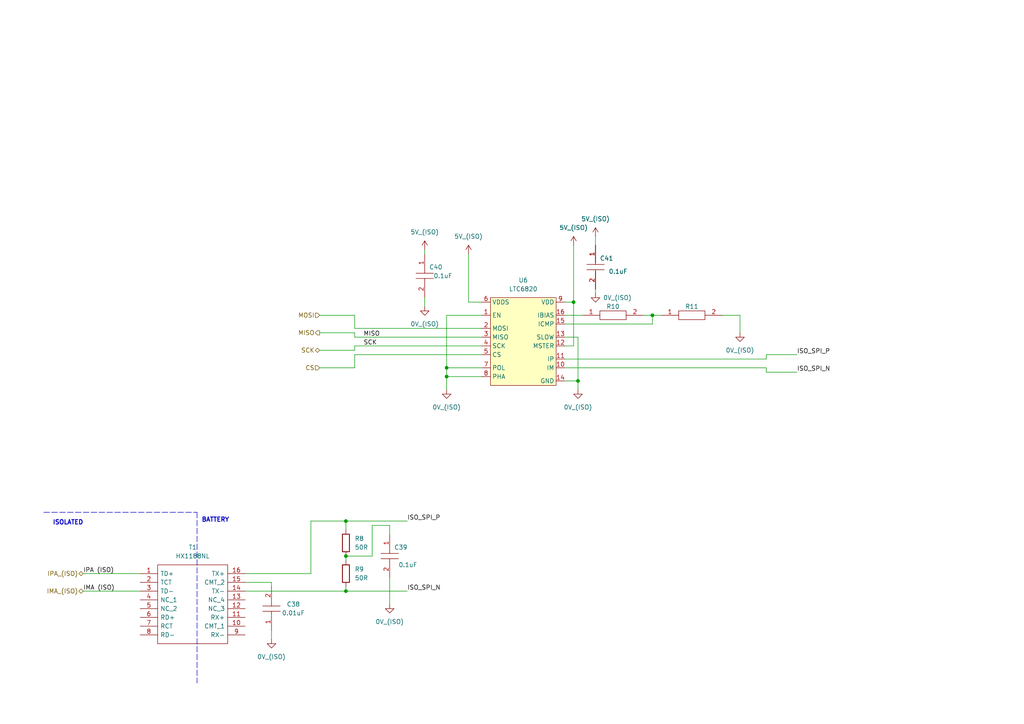
<source format=kicad_sch>
(kicad_sch (version 20211123) (generator eeschema)
  (paper "A4")
  (lib_symbols
    (symbol "0V_(ISO)_1" (power) (pin_names (offset 0))
      (property "Value" "0V_(ISO)_1" (at 0 -5.08 0))
      (symbol "0V_(ISO)_1_0_1"
        (polyline (pts (xy 0 0) (xy 0 -1.27) (xy 1.27 -1.27) (xy 0 -2.54) (xy -1.27 -1.27) (xy 0 -1.27)))
      )
      (symbol "0V_(ISO)_1_1_1"
        (pin power_in line (at 0 0 270) (length 0) hide (name "0V_(ISO)") (number "1"))
      )
    )
    (symbol "5V_(ISO)_1" (power) (pin_names (offset 0))
      (property "Value" "5V_(ISO)_1" (at 0 5.08 0))
      (symbol "5V_(ISO)_1_0_1"
        (polyline (pts (xy -0.762 1.27) (xy 0 2.54)))
        (polyline (pts (xy 0 0) (xy 0 2.54)))
        (polyline (pts (xy 0 2.54) (xy 0.762 1.27)))
      )
      (symbol "5V_(ISO)_1_1_1"
        (pin power_in line (at 0 0 90) (length 0) hide (name "5V_(ISO)") (number "1"))
      )
    )
    (symbol "5V_(ISO)_2" (power) (pin_names (offset 0))
      (property "Value" "5V_(ISO)_2" (at 0 5.08 0))
      (symbol "5V_(ISO)_2_0_1"
        (polyline (pts (xy -0.762 1.27) (xy 0 2.54)))
        (polyline (pts (xy 0 0) (xy 0 2.54)))
        (polyline (pts (xy 0 2.54) (xy 0.762 1.27)))
      )
      (symbol "5V_(ISO)_2_1_1"
        (pin power_in line (at 0 0 90) (length 0) hide (name "5V_(ISO)") (number "1"))
      )
    )
    (symbol "5V_(ISO)_3" (power) (pin_names (offset 0))
      (property "Value" "5V_(ISO)_3" (at 0 5.08 0))
      (symbol "5V_(ISO)_3_0_1"
        (polyline (pts (xy -0.762 1.27) (xy 0 2.54)))
        (polyline (pts (xy 0 0) (xy 0 2.54)))
        (polyline (pts (xy 0 2.54) (xy 0.762 1.27)))
      )
      (symbol "5V_(ISO)_3_1_1"
        (pin power_in line (at 0 0 90) (length 0) hide (name "5V_(ISO)") (number "1"))
      )
    )
    (symbol "BMS_Library:CC0805JRX7R8BB104" (pin_names (offset 0.762))
      (property "Reference" "C" (at 8.89 6.35 0))
      (property "Value" "CC0805JRX7R8BB104" (at 8.89 3.81 0))
      (symbol "CC0805JRX7R8BB104_0_0"
        (pin passive line (at 0 0 0) (length 5.08) (name "~") (number "1"))
        (pin passive line (at 12.7 0 180) (length 5.08) (name "~") (number "2"))
      )
      (symbol "CC0805JRX7R8BB104_0_1"
        (polyline (pts (xy 5.08 0) (xy 5.588 0)) (stroke (width 0.1524)))
        (polyline (pts (xy 5.588 2.54) (xy 5.588 -2.54)) (stroke (width 0.1524)))
        (polyline (pts (xy 7.112 0) (xy 7.62 0)) (stroke (width 0.1524)))
        (polyline (pts (xy 7.112 2.54) (xy 7.112 -2.54)) (stroke (width 0.1524)))
      )
    )
    (symbol "CC0805JRX7R9BB103:CC0805JRX7R9BB103" (pin_names (offset 0.762))
      (property "Reference" "C" (at 8.89 6.35 0))
      (property "Value" "CC0805JRX7R9BB103" (at 8.89 3.81 0))
      (symbol "CC0805JRX7R9BB103_0_0"
        (pin passive line (at 0 0 0) (length 5.08) (name "~") (number "1"))
        (pin passive line (at 12.7 0 180) (length 5.08) (name "~") (number "2"))
      )
      (symbol "CC0805JRX7R9BB103_0_1"
        (polyline (pts (xy 5.08 0) (xy 5.588 0)) (stroke (width 0.1524)))
        (polyline (pts (xy 5.588 2.54) (xy 5.588 -2.54)) (stroke (width 0.1524)))
        (polyline (pts (xy 7.112 0) (xy 7.62 0)) (stroke (width 0.1524)))
        (polyline (pts (xy 7.112 2.54) (xy 7.112 -2.54)) (stroke (width 0.1524)))
      )
    )
    (symbol "Custom Power:5V_(ISO)" (power) (pin_names (offset 0))
      (property "Value" "5V_(ISO)" (at 0 5.08 0))
      (symbol "5V_(ISO)_0_1"
        (polyline (pts (xy -0.762 1.27) (xy 0 2.54)))
        (polyline (pts (xy 0 0) (xy 0 2.54)))
        (polyline (pts (xy 0 2.54) (xy 0.762 1.27)))
      )
      (symbol "5V_(ISO)_1_1"
        (pin power_in line (at 0 0 90) (length 0) hide (name "5V_(ISO)") (number "1"))
      )
    )
    (symbol "Device:R" (pin_numbers hide) (pin_names (offset 0))
      (property "Reference" "R" (at 2.032 0 90))
      (property "Value" "R" (at 0 0 90))
      (symbol "R_0_1"
        (rectangle (start -1.016 -2.54) (end 1.016 2.54) (stroke (width 0.254)))
      )
      (symbol "R_1_1"
        (pin passive line (at 0 3.81 270) (length 1.27) (name "~") (number "1"))
        (pin passive line (at 0 -3.81 90) (length 1.27) (name "~") (number "2"))
      )
    )
    (symbol "ERJP06F1000V:ERJP06F1000V" (pin_names (offset 0.762))
      (property "Reference" "R" (at 13.97 6.35 0))
      (property "Value" "ERJP06F1000V" (at 13.97 3.81 0))
      (symbol "ERJP06F1000V_0_0"
        (pin passive line (at 0 0 0) (length 5.08) (name "~") (number "1"))
        (pin passive line (at 17.78 0 180) (length 5.08) (name "~") (number "2"))
      )
      (symbol "ERJP06F1000V_0_1"
        (polyline (pts (xy 5.08 1.27) (xy 12.7 1.27) (xy 12.7 -1.27) (xy 5.08 -1.27) (xy 5.08 1.27)) (stroke (width 0.1524)))
      )
    )
    (symbol "HX1188NL:HX1188NL" (pin_names (offset 0.762))
      (property "Reference" "T" (at 26.67 7.62 0))
      (property "Value" "HX1188NL" (at 26.67 5.08 0))
      (symbol "HX1188NL_0_0"
        (pin passive line (at 0 0 0) (length 5.08) (name "TD+") (number "1"))
        (pin passive line (at 30.48 -15.24 180) (length 5.08) (name "CMT_1") (number "10"))
        (pin passive line (at 30.48 -12.7 180) (length 5.08) (name "RX+") (number "11"))
        (pin passive line (at 30.48 -10.16 180) (length 5.08) (name "NC_3") (number "12"))
        (pin passive line (at 30.48 -7.62 180) (length 5.08) (name "NC_4") (number "13"))
        (pin passive line (at 30.48 -5.08 180) (length 5.08) (name "TX-") (number "14"))
        (pin passive line (at 30.48 -2.54 180) (length 5.08) (name "CMT_2") (number "15"))
        (pin passive line (at 30.48 0 180) (length 5.08) (name "TX+") (number "16"))
        (pin passive line (at 0 -2.54 0) (length 5.08) (name "TCT") (number "2"))
        (pin passive line (at 0 -5.08 0) (length 5.08) (name "TD-") (number "3"))
        (pin passive line (at 0 -7.62 0) (length 5.08) (name "NC_1") (number "4"))
        (pin passive line (at 0 -10.16 0) (length 5.08) (name "NC_2") (number "5"))
        (pin passive line (at 0 -12.7 0) (length 5.08) (name "RD+") (number "6"))
        (pin passive line (at 0 -15.24 0) (length 5.08) (name "RCT") (number "7"))
        (pin passive line (at 0 -17.78 0) (length 5.08) (name "RD-") (number "8"))
        (pin passive line (at 30.48 -17.78 180) (length 5.08) (name "RX-") (number "9"))
      )
      (symbol "HX1188NL_0_1"
        (polyline (pts (xy 5.08 2.54) (xy 25.4 2.54) (xy 25.4 -20.32) (xy 5.08 -20.32) (xy 5.08 2.54)) (stroke (width 0.1524)))
      )
    )
    (symbol "Interface_HID:LTC6820"
      (property "Reference" "U" (at -5.08 5.08 0))
      (property "Value" "LTC6820" (at -1.27 7.62 0))
      (symbol "LTC6820_0_1"
        (rectangle (start -5.08 3.81) (end 13.97 -21.59) (fill (type background)))
      )
      (symbol "LTC6820_1_1"
        (pin input line (at -7.62 -1.27 0) (length 2.54) (name "EN") (number "1"))
        (pin input line (at 16.51 -16.51 180) (length 2.54) (name "IM") (number "10"))
        (pin input line (at 16.51 -13.97 180) (length 2.54) (name "IP") (number "11"))
        (pin input line (at 16.51 -10.16 180) (length 2.54) (name "MSTER") (number "12"))
        (pin input line (at 16.51 -7.62 180) (length 2.54) (name "SLOW") (number "13"))
        (pin input line (at 16.51 -20.32 180) (length 2.54) (name "GND") (number "14"))
        (pin input line (at 16.51 -3.81 180) (length 2.54) (name "ICMP") (number "15"))
        (pin input line (at 16.51 -1.27 180) (length 2.54) (name "IBIAS") (number "16"))
        (pin input line (at -7.62 -5.08 0) (length 2.54) (name "MOSI") (number "2"))
        (pin output line (at -7.62 -7.62 0) (length 2.54) (name "MISO") (number "3"))
        (pin input line (at -7.62 -10.16 0) (length 2.54) (name "SCK") (number "4"))
        (pin input line (at -7.62 -12.7 0) (length 2.54) (name "CS") (number "5"))
        (pin input line (at -7.62 2.54 0) (length 2.54) (name "VDDS") (number "6"))
        (pin input line (at -7.62 -16.51 0) (length 2.54) (name "POL") (number "7"))
        (pin input line (at -7.62 -19.05 0) (length 2.54) (name "PHA") (number "8"))
        (pin input line (at 16.51 2.54 180) (length 2.54) (name "VDD") (number "9"))
      )
    )
  )
  (junction (at 189.23 91.44))
  (junction (at 166.37 87.63))
  (junction (at 100.33 151.13))
  (junction (at 129.54 109.22))
  (junction (at 100.33 171.45))
  (junction (at 100.33 161.29))
  (junction (at 129.54 106.68))
  (junction (at 167.64 110.49))
  (wire (pts (xy 100.33 171.45) (xy 118.11 171.45)))
  (wire (pts (xy 100.33 161.29) (xy 107.95 161.29)))
  (wire (pts (xy 92.71 91.44) (xy 102.87 91.44)))
  (wire (pts (xy 102.87 102.87) (xy 139.7 102.87)))
  (wire (pts (xy 78.74 170.18) (xy 78.74 168.91)))
  (wire (pts (xy 92.71 96.52) (xy 102.87 96.52)))
  (wire (pts (xy 100.33 151.13) (xy 118.11 151.13)))
  (wire (pts (xy 163.83 104.14) (xy 222.25 104.14)))
  (wire (pts (xy 90.17 151.13) (xy 100.33 151.13)))
  (wire (pts (xy 102.87 97.79) (xy 102.87 96.52)))
  (wire (pts (xy 172.72 68.58) (xy 172.72 71.12)))
  (wire (pts (xy 102.87 91.44) (xy 102.87 95.25)))
  (wire (pts (xy 100.33 161.29) (xy 100.33 162.56)))
  (wire (pts (xy 123.19 88.9) (xy 123.19 86.36)))
  (polyline (pts (xy 57.15 148.59) (xy 57.15 198.12)))
  (wire (pts (xy 166.37 87.63) (xy 166.37 71.12)))
  (wire (pts (xy 92.71 106.68) (xy 102.87 106.68)))
  (wire (pts (xy 129.54 109.22) (xy 139.7 109.22)))
  (wire (pts (xy 78.74 168.91) (xy 71.12 168.91)))
  (wire (pts (xy 222.25 107.95) (xy 231.14 107.95)))
  (wire (pts (xy 102.87 100.33) (xy 139.7 100.33)))
  (wire (pts (xy 113.03 167.64) (xy 113.03 175.26)))
  (wire (pts (xy 214.63 91.44) (xy 214.63 96.52)))
  (wire (pts (xy 24.13 171.45) (xy 40.64 171.45)))
  (wire (pts (xy 163.83 110.49) (xy 167.64 110.49)))
  (wire (pts (xy 129.54 106.68) (xy 139.7 106.68)))
  (wire (pts (xy 135.89 87.63) (xy 135.89 73.66)))
  (wire (pts (xy 102.87 101.6) (xy 102.87 100.33)))
  (wire (pts (xy 129.54 106.68) (xy 129.54 109.22)))
  (wire (pts (xy 172.72 83.82) (xy 172.72 85.09)))
  (polyline (pts (xy 12.7 148.59) (xy 57.15 148.59)))
  (wire (pts (xy 102.87 95.25) (xy 139.7 95.25)))
  (wire (pts (xy 129.54 91.44) (xy 139.7 91.44)))
  (wire (pts (xy 123.19 72.39) (xy 123.19 73.66)))
  (wire (pts (xy 139.7 87.63) (xy 135.89 87.63)))
  (wire (pts (xy 71.12 166.37) (xy 90.17 166.37)))
  (wire (pts (xy 189.23 93.98) (xy 189.23 91.44)))
  (wire (pts (xy 167.64 97.79) (xy 163.83 97.79)))
  (wire (pts (xy 71.12 171.45) (xy 100.33 171.45)))
  (wire (pts (xy 167.64 110.49) (xy 167.64 113.03)))
  (wire (pts (xy 167.64 110.49) (xy 167.64 97.79)))
  (wire (pts (xy 222.25 102.87) (xy 231.14 102.87)))
  (wire (pts (xy 100.33 170.18) (xy 100.33 171.45)))
  (wire (pts (xy 107.95 152.4) (xy 113.03 152.4)))
  (wire (pts (xy 78.74 182.88) (xy 78.74 185.42)))
  (wire (pts (xy 163.83 87.63) (xy 166.37 87.63)))
  (wire (pts (xy 222.25 102.87) (xy 222.25 104.14)))
  (wire (pts (xy 163.83 100.33) (xy 166.37 100.33)))
  (wire (pts (xy 222.25 106.68) (xy 222.25 107.95)))
  (wire (pts (xy 107.95 161.29) (xy 107.95 152.4)))
  (wire (pts (xy 129.54 109.22) (xy 129.54 113.03)))
  (wire (pts (xy 189.23 91.44) (xy 186.69 91.44)))
  (wire (pts (xy 139.7 97.79) (xy 102.87 97.79)))
  (wire (pts (xy 163.83 93.98) (xy 189.23 93.98)))
  (wire (pts (xy 102.87 106.68) (xy 102.87 102.87)))
  (wire (pts (xy 189.23 91.44) (xy 191.77 91.44)))
  (wire (pts (xy 209.55 91.44) (xy 214.63 91.44)))
  (wire (pts (xy 163.83 91.44) (xy 168.91 91.44)))
  (wire (pts (xy 163.83 106.68) (xy 222.25 106.68)))
  (wire (pts (xy 92.71 101.6) (xy 102.87 101.6)))
  (wire (pts (xy 90.17 166.37) (xy 90.17 151.13)))
  (wire (pts (xy 24.13 166.37) (xy 40.64 166.37)))
  (wire (pts (xy 129.54 91.44) (xy 129.54 106.68)))
  (wire (pts (xy 166.37 87.63) (xy 166.37 100.33)))
  (wire (pts (xy 100.33 151.13) (xy 100.33 153.67)))
  (wire (pts (xy 113.03 152.4) (xy 113.03 154.94)))
  (text "ISOLATED\n" (at 15.24 152.4 0) (effects (font (size 1.27 1.27) (thickness 0.254) bold) (justify left bottom)))
  (text "BATTERY\n\n" (at 58.42 153.67 0) (effects (font (size 1.27 1.27) bold) (justify left bottom)))
  (label "ISO_SPI_P" (at 118.11 151.13 0))
  (label "MISO" (at 105.41 97.79 0))
  (label "IPA (ISO)" (at 24.13 166.37 0))
  (label "ISO_SPI_N" (at 231.14 107.95 0))
  (label "SCK" (at 105.41 100.33 0))
  (label "ISO_SPI_P" (at 231.14 102.87 0))
  (label "ISO_SPI_N" (at 118.11 171.45 0))
  (label "IMA (ISO)" (at 24.13 171.45 0))
  (hierarchical_label "SCK" (shape bidirectional) (at 92.71 101.6 180))
  (hierarchical_label "MOSI" (shape input) (at 92.71 91.44 180))
  (hierarchical_label "IPA_(ISO)" (shape bidirectional) (at 24.13 166.37 180))
  (hierarchical_label "CS" (shape input) (at 92.71 106.68 180))
  (hierarchical_label "MISO" (shape output) (at 92.71 96.52 180))
  (hierarchical_label "IMA_(ISO)" (shape bidirectional) (at 24.13 171.45 180))
  (symbol (lib_name "0V_(ISO)_1") (lib_id "Custom Power:0V_(ISO)") (at 167.64 113.03 0) (unit 1)
    (property "Reference" "#PWR0154" (effects hide))
    (property "Value" "0V_(ISO)" (at 167.64 118.11 0))
  )
  (symbol (lib_id "BMS_Library:CC0805JRX7R8BB104") (at 123.19 73.66 270) (unit 1)
    (property "Reference" "C40" (at 124.46 77.47 90) (effects (justify left)))
    (property "Value" "0.1uF" (at 125.73 80.01 90) (effects (justify left)))
    (property "Footprint" "Capacitor_SMD:C_0603_1608Metric_Pad1.08x0.95mm_HandSolder" (effects hide))
    (property "Datasheet" "https://www.yageo.com/upload/media/product/productsearch/datasheet/mlcc/UPY-GPHC_X7R_6.3V-to-50V_20.pdf" (effects hide))
    (property "Description" "YAGEO - CC0805JRX7R8BB104 - SMD Multilayer Ceramic Capacitor, 0.1 F, 25 V, 0805 [2012 Metric], +/- 5%, X7R, CC Series" (effects hide))
    (property "Height" "0.95" (effects hide))
    (property "Manufacturer_Name" "YAGEO" (effects hide))
    (property "Manufacturer_Part_Number" "CC0805JRX7R8BB104" (effects hide))
    (property "Mouser Part Number" "603-CC805JRX7R8BB104" (effects hide))
    (property "Mouser Price/Stock" "https://www.mouser.co.uk/ProductDetail/YAGEO/CC0805JRX7R8BB104?qs=AgBp2OyFlx%252BZU4KTc42Krw%3D%3D" (effects hide))
    (property "Arrow Part Number" "CC0805JRX7R8BB104" (effects hide))
    (property "Arrow Price/Stock" "https://www.arrow.com/en/products/cc0805jrx7r8bb104/yageo?region=nac" (effects hide))
  )
  (symbol (lib_id "HX1188NL:HX1188NL") (at 40.64 166.37 0) (unit 1)
    (property "Reference" "T1" (at 55.88 158.75 0))
    (property "Value" "HX1188NL" (at 55.88 161.29 0))
    (property "Footprint" "BMS_Library:SOIC127P940X597-16N" (effects hide))
    (property "Datasheet" "https://datasheet.datasheetarchive.com/originals/distributors/Datasheets-26/DSA-509439.pdf" (effects hide))
    (property "Description" "PULSE ELECTRONICS - HX1188NL - TRANSFORMER, 1:1, 1PORT, 100BASE-TX, SMT" (effects hide))
    (property "Height" "5.97" (effects hide))
    (property "Manufacturer_Name" "Pulse" (effects hide))
    (property "Manufacturer_Part_Number" "HX1188NL" (effects hide))
    (property "Mouser Part Number" "673-HX1188NL" (effects hide))
    (property "Mouser Price/Stock" "https://www.mouser.co.uk/ProductDetail/Pulse-Electronics/HX1188NL?qs=7h3O1UVlCGMpHy%2Fpsf5GUA%3D%3D" (effects hide))
    (property "Arrow Part Number" "HX1188NL" (effects hide))
    (property "Arrow Price/Stock" "https://www.arrow.com/en/products/hx1188nl/pulse-electronics-corporation?region=nac" (effects hide))
  )
  (symbol (lib_name "5V_(ISO)_1") (lib_id "Custom Power:5V_(ISO)") (at 135.89 73.66 0) (unit 1)
    (property "Reference" "#PWR0144" (effects hide))
    (property "Value" "5V_(ISO)" (at 135.89 68.58 0))
  )
  (symbol (lib_name "0V_(ISO)_1") (lib_id "Custom Power:0V_(ISO)") (at 129.54 113.03 0) (unit 1)
    (property "Reference" "#PWR0149" (effects hide))
    (property "Value" "0V_(ISO)" (at 129.54 118.11 0))
  )
  (symbol (lib_id "Device:R") (at 100.33 166.37 0) (unit 1)
    (property "Reference" "R9" (at 102.87 165.0999 0) (effects (justify left)))
    (property "Value" "50R" (at 102.87 167.6399 0) (effects (justify left)))
    (property "Footprint" "Resistor_SMD:R_0603_1608Metric_Pad0.98x0.95mm_HandSolder" (effects hide))
  )
  (symbol (lib_id "ERJP06F1000V:ERJP06F1000V") (at 168.91 91.44 0) (unit 1)
    (property "Reference" "R10" (at 177.8 88.9 0))
    (property "Value" "ERJP06F1000V" (effects hide))
    (property "Footprint" "Resistor_SMD:R_0603_1608Metric_Pad0.98x0.95mm_HandSolder" (effects hide))
    (property "Datasheet" "https://industrial.panasonic.com/cdbs/www-data/pdf/RDO0000/AOA0000C331.pdf" (effects hide))
    (property "Description" "Panasonic ERJP06 Series Thick Film Surface Mount Resistor 0805 Case 100 +/-1% 0.5W +/-100ppm/C" (effects hide))
    (property "Height" "0.7" (effects hide))
    (property "Manufacturer_Name" "Panasonic" (effects hide))
    (property "Manufacturer_Part_Number" "ERJP06F1000V" (effects hide))
  )
  (symbol (lib_id "Custom Power:5V_(ISO)") (at 172.72 68.58 0) (unit 1)
    (property "Reference" "#PWR0148" (effects hide))
    (property "Value" "5V_(ISO)" (at 172.72 63.5 0))
  )
  (symbol (lib_name "0V_(ISO)_1") (lib_id "Custom Power:0V_(ISO)") (at 123.19 88.9 0) (unit 1)
    (property "Reference" "#PWR0151" (effects hide))
    (property "Value" "0V_(ISO)" (at 123.19 93.98 0))
  )
  (symbol (lib_id "BMS_Library:CC0805JRX7R8BB104") (at 113.03 154.94 270) (unit 1)
    (property "Reference" "C39" (at 114.3 158.75 90) (effects (justify left)))
    (property "Value" "0.1uF" (at 115.57 163.83 90) (effects (justify left)))
    (property "Footprint" "Capacitor_SMD:C_0603_1608Metric_Pad1.08x0.95mm_HandSolder" (effects hide))
    (property "Datasheet" "https://www.yageo.com/upload/media/product/productsearch/datasheet/mlcc/UPY-GPHC_X7R_6.3V-to-50V_20.pdf" (effects hide))
    (property "Description" "YAGEO - CC0805JRX7R8BB104 - SMD Multilayer Ceramic Capacitor, 0.1 F, 25 V, 0805 [2012 Metric], +/- 5%, X7R, CC Series" (effects hide))
    (property "Height" "0.95" (effects hide))
    (property "Manufacturer_Name" "YAGEO" (effects hide))
    (property "Manufacturer_Part_Number" "CC0805JRX7R8BB104" (effects hide))
    (property "Mouser Part Number" "603-CC805JRX7R8BB104" (effects hide))
    (property "Mouser Price/Stock" "https://www.mouser.co.uk/ProductDetail/YAGEO/CC0805JRX7R8BB104?qs=AgBp2OyFlx%252BZU4KTc42Krw%3D%3D" (effects hide))
    (property "Arrow Part Number" "CC0805JRX7R8BB104" (effects hide))
    (property "Arrow Price/Stock" "https://www.arrow.com/en/products/cc0805jrx7r8bb104/yageo?region=nac" (effects hide))
  )
  (symbol (lib_name "0V_(ISO)_1") (lib_id "Custom Power:0V_(ISO)") (at 113.03 175.26 0) (unit 1)
    (property "Reference" "#PWR0146" (effects hide))
    (property "Value" "0V_(ISO)" (at 113.03 180.34 0))
  )
  (symbol (lib_name "5V_(ISO)_3") (lib_id "Custom Power:5V_(ISO)") (at 166.37 71.12 0) (unit 1)
    (property "Reference" "#PWR0147" (effects hide))
    (property "Value" "5V_(ISO)" (at 166.37 66.04 0))
  )
  (symbol (lib_id "Device:R") (at 100.33 157.48 0) (unit 1)
    (property "Reference" "R8" (at 102.87 156.2099 0) (effects (justify left)))
    (property "Value" "50R" (at 102.87 158.7499 0) (effects (justify left)))
    (property "Footprint" "Resistor_SMD:R_0603_1608Metric_Pad0.98x0.95mm_HandSolder" (effects hide))
  )
  (symbol (lib_id "CC0805JRX7R9BB103:CC0805JRX7R9BB103") (at 78.74 182.88 90) (unit 1)
    (property "Reference" "C38" (at 85.09 175.26 90))
    (property "Value" "0.01uF" (at 85.09 177.8 90))
    (property "Footprint" "Capacitor_SMD:C_0603_1608Metric_Pad1.08x0.95mm_HandSolder" (effects hide))
    (property "Datasheet" "https://www.yageo.com/upload/media/product/productsearch/datasheet/mlcc/UPY-GPHC_X7R_6.3V-to-50V_20.pdf" (effects hide))
    (property "Description" "10000 pF +/-5% 50V Ceramic Capacitor X7R 0805 (2012 Metric)" (effects hide))
    (property "Height" "0.7" (effects hide))
    (property "Manufacturer_Name" "YAGEO" (effects hide))
    (property "Manufacturer_Part_Number" "CC0805JRX7R9BB103" (effects hide))
  )
  (symbol (lib_id "Interface_HID:LTC6820") (at 147.32 90.17 0) (unit 1)
    (property "Reference" "U6" (at 151.765 81.28 0))
    (property "Value" "LTC6820" (at 151.765 83.82 0))
    (property "Footprint" "Package_SO:MSOP-16_3x4.039mm_P0.5mm" (effects hide))
  )
  (symbol (lib_name "0V_(ISO)_1") (lib_id "Custom Power:0V_(ISO)") (at 214.63 96.52 0) (unit 1)
    (property "Reference" "#PWR0152" (effects hide))
    (property "Value" "0V_(ISO)" (at 214.63 101.6 0))
  )
  (symbol (lib_name "0V_(ISO)_1") (lib_id "Custom Power:0V_(ISO)") (at 78.74 185.42 0) (unit 1)
    (property "Reference" "#PWR0150" (effects hide))
    (property "Value" "0V_(ISO)" (at 78.74 190.5 0))
  )
  (symbol (lib_id "ERJP06F1000V:ERJP06F1000V") (at 191.77 91.44 0) (unit 1)
    (property "Reference" "R11" (at 200.66 88.9 0))
    (property "Value" "ERJP06F1000V" (effects hide))
    (property "Footprint" "Resistor_SMD:R_0603_1608Metric_Pad0.98x0.95mm_HandSolder" (effects hide))
    (property "Datasheet" "https://industrial.panasonic.com/cdbs/www-data/pdf/RDO0000/AOA0000C331.pdf" (effects hide))
    (property "Description" "Panasonic ERJP06 Series Thick Film Surface Mount Resistor 0805 Case 100 +/-1% 0.5W +/-100ppm/C" (effects hide))
    (property "Height" "0.7" (effects hide))
    (property "Manufacturer_Name" "Panasonic" (effects hide))
    (property "Manufacturer_Part_Number" "ERJP06F1000V" (effects hide))
  )
  (symbol (lib_id "BMS_Library:CC0805JRX7R8BB104") (at 172.72 71.12 270) (unit 1)
    (property "Reference" "C41" (at 173.99 74.93 90) (effects (justify left)))
    (property "Value" "0.1uF" (at 176.53 78.74 90) (effects (justify left)))
    (property "Footprint" "Capacitor_SMD:C_0603_1608Metric_Pad1.08x0.95mm_HandSolder" (effects hide))
    (property "Datasheet" "https://www.yageo.com/upload/media/product/productsearch/datasheet/mlcc/UPY-GPHC_X7R_6.3V-to-50V_20.pdf" (effects hide))
    (property "Description" "YAGEO - CC0805JRX7R8BB104 - SMD Multilayer Ceramic Capacitor, 0.1 F, 25 V, 0805 [2012 Metric], +/- 5%, X7R, CC Series" (effects hide))
    (property "Height" "0.95" (effects hide))
    (property "Manufacturer_Name" "YAGEO" (effects hide))
    (property "Manufacturer_Part_Number" "CC0805JRX7R8BB104" (effects hide))
    (property "Mouser Part Number" "603-CC805JRX7R8BB104" (effects hide))
    (property "Mouser Price/Stock" "https://www.mouser.co.uk/ProductDetail/YAGEO/CC0805JRX7R8BB104?qs=AgBp2OyFlx%252BZU4KTc42Krw%3D%3D" (effects hide))
    (property "Arrow Part Number" "CC0805JRX7R8BB104" (effects hide))
    (property "Arrow Price/Stock" "https://www.arrow.com/en/products/cc0805jrx7r8bb104/yageo?region=nac" (effects hide))
  )
  (symbol (lib_name "5V_(ISO)_2") (lib_id "Custom Power:5V_(ISO)") (at 123.19 72.39 0) (unit 1)
    (property "Reference" "#PWR0145" (effects hide))
    (property "Value" "5V_(ISO)" (at 123.19 67.31 0))
  )
  (symbol (lib_name "0V_(ISO)_1") (lib_id "Custom Power:0V_(ISO)") (at 172.72 85.09 0) (unit 1)
    (property "Reference" "#PWR0153" (effects hide))
    (property "Value" "0V_(ISO)" (at 179.07 86.36 0))
  )
)
</source>
